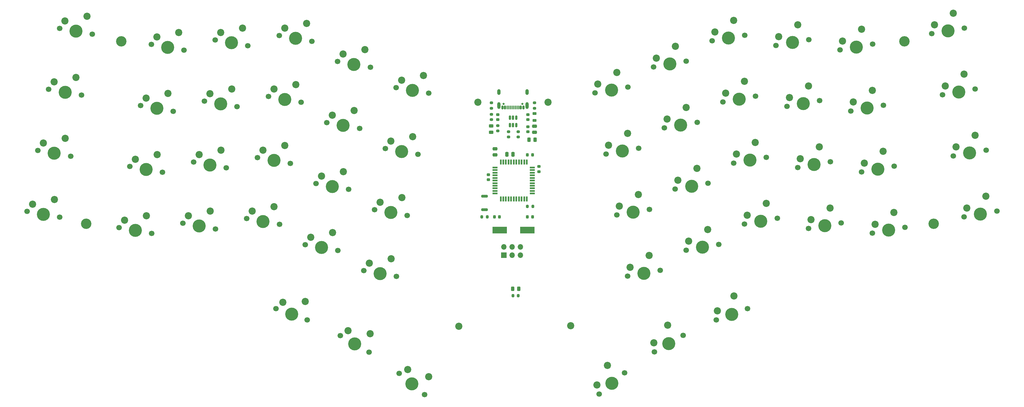
<source format=gbr>
%TF.GenerationSoftware,KiCad,Pcbnew,8.0.0*%
%TF.CreationDate,2024-04-28T13:48:32+02:00*%
%TF.ProjectId,phnx,70686e78-2e6b-4696-9361-645f70636258,A*%
%TF.SameCoordinates,Original*%
%TF.FileFunction,Soldermask,Top*%
%TF.FilePolarity,Negative*%
%FSLAX46Y46*%
G04 Gerber Fmt 4.6, Leading zero omitted, Abs format (unit mm)*
G04 Created by KiCad (PCBNEW 8.0.0) date 2024-04-28 13:48:32*
%MOMM*%
%LPD*%
G01*
G04 APERTURE LIST*
G04 Aperture macros list*
%AMRoundRect*
0 Rectangle with rounded corners*
0 $1 Rounding radius*
0 $2 $3 $4 $5 $6 $7 $8 $9 X,Y pos of 4 corners*
0 Add a 4 corners polygon primitive as box body*
4,1,4,$2,$3,$4,$5,$6,$7,$8,$9,$2,$3,0*
0 Add four circle primitives for the rounded corners*
1,1,$1+$1,$2,$3*
1,1,$1+$1,$4,$5*
1,1,$1+$1,$6,$7*
1,1,$1+$1,$8,$9*
0 Add four rect primitives between the rounded corners*
20,1,$1+$1,$2,$3,$4,$5,0*
20,1,$1+$1,$4,$5,$6,$7,0*
20,1,$1+$1,$6,$7,$8,$9,0*
20,1,$1+$1,$8,$9,$2,$3,0*%
G04 Aperture macros list end*
%ADD10RoundRect,0.218750X-0.381250X0.218750X-0.381250X-0.218750X0.381250X-0.218750X0.381250X0.218750X0*%
%ADD11RoundRect,0.225000X-0.250000X0.225000X-0.250000X-0.225000X0.250000X-0.225000X0.250000X0.225000X0*%
%ADD12RoundRect,0.200000X-0.200000X-0.275000X0.200000X-0.275000X0.200000X0.275000X-0.200000X0.275000X0*%
%ADD13C,1.700000*%
%ADD14C,4.000000*%
%ADD15C,2.200000*%
%ADD16RoundRect,0.225000X-0.225000X-0.250000X0.225000X-0.250000X0.225000X0.250000X-0.225000X0.250000X0*%
%ADD17RoundRect,0.250000X0.250000X0.475000X-0.250000X0.475000X-0.250000X-0.475000X0.250000X-0.475000X0*%
%ADD18RoundRect,0.200000X-0.275000X0.200000X-0.275000X-0.200000X0.275000X-0.200000X0.275000X0.200000X0*%
%ADD19C,3.200000*%
%ADD20RoundRect,0.225000X0.225000X0.250000X-0.225000X0.250000X-0.225000X-0.250000X0.225000X-0.250000X0*%
%ADD21RoundRect,0.250000X-0.475000X0.250000X-0.475000X-0.250000X0.475000X-0.250000X0.475000X0.250000X0*%
%ADD22RoundRect,0.150000X0.150000X-0.512500X0.150000X0.512500X-0.150000X0.512500X-0.150000X-0.512500X0*%
%ADD23RoundRect,0.243750X-0.243750X-0.456250X0.243750X-0.456250X0.243750X0.456250X-0.243750X0.456250X0*%
%ADD24RoundRect,0.243750X-0.456250X0.243750X-0.456250X-0.243750X0.456250X-0.243750X0.456250X0.243750X0*%
%ADD25RoundRect,0.243750X0.243750X0.456250X-0.243750X0.456250X-0.243750X-0.456250X0.243750X-0.456250X0*%
%ADD26RoundRect,0.200000X-0.800000X0.200000X-0.800000X-0.200000X0.800000X-0.200000X0.800000X0.200000X0*%
%ADD27R,4.500000X2.000000*%
%ADD28R,1.700000X1.700000*%
%ADD29O,1.700000X1.700000*%
%ADD30R,0.550000X1.500000*%
%ADD31R,1.500000X0.550000*%
%ADD32C,0.650000*%
%ADD33RoundRect,0.150000X0.150000X0.425000X-0.150000X0.425000X-0.150000X-0.425000X0.150000X-0.425000X0*%
%ADD34RoundRect,0.075000X0.075000X0.500000X-0.075000X0.500000X-0.075000X-0.500000X0.075000X-0.500000X0*%
%ADD35O,1.000000X2.100000*%
%ADD36O,1.000000X1.800000*%
G04 APERTURE END LIST*
D10*
%TO.C,FB1*%
X215687500Y-107187500D03*
X215687500Y-109312500D03*
%TD*%
D11*
%TO.C,C6*%
X201496100Y-125931644D03*
X201496100Y-127481644D03*
%TD*%
D12*
%TO.C,R9*%
X209051413Y-163103661D03*
X210701413Y-163103661D03*
%TD*%
D13*
%TO.C,SW452*%
X340738716Y-101417320D03*
D14*
X345741539Y-100535188D03*
D13*
X350744362Y-99653055D03*
D15*
X347360818Y-95091298D03*
X341548355Y-98695376D03*
%TD*%
D13*
%TO.C,SW412*%
X107885949Y-140847432D03*
D14*
X112888773Y-141729565D03*
D13*
X117891596Y-142611698D03*
D15*
X116272317Y-137167808D03*
X109577721Y-138566554D03*
%TD*%
D13*
%TO.C,SW442*%
X271381341Y-170608821D03*
D14*
X276154979Y-168871360D03*
D13*
X280928617Y-167133896D03*
D15*
X276804336Y-163228990D03*
X271706019Y-167787638D03*
%TD*%
D13*
%TO.C,SW420*%
X148715121Y-128702840D03*
D14*
X153717945Y-129584973D03*
D13*
X158720768Y-130467106D03*
D15*
X157101489Y-125023216D03*
X150406893Y-126421962D03*
%TD*%
D13*
%TO.C,SW422*%
X156117345Y-175435441D03*
D14*
X160516755Y-177975440D03*
D13*
X164916164Y-180515441D03*
D15*
X165256459Y-174846032D03*
X158487197Y-173870737D03*
%TD*%
%TO.C,H3*%
X192500000Y-172500000D03*
%TD*%
D16*
%TO.C,C10*%
X203396100Y-138906644D03*
X204946100Y-138906644D03*
%TD*%
D17*
%TO.C,C9*%
X209096099Y-119706644D03*
X207196099Y-119706644D03*
%TD*%
D18*
%TO.C,R1*%
X202491026Y-107426525D03*
X202491026Y-109076525D03*
%TD*%
D13*
%TO.C,SW405*%
X98222353Y-85947817D03*
D14*
X103225177Y-86829950D03*
D13*
X108228000Y-87712083D03*
D15*
X106608721Y-82268193D03*
X99914125Y-83666939D03*
%TD*%
D19*
%TO.C,H8*%
X338000000Y-141000000D03*
%TD*%
D13*
%TO.C,SW445*%
X296318245Y-123757754D03*
D14*
X301321068Y-122875622D03*
D13*
X306323891Y-121993489D03*
D15*
X302940347Y-117431732D03*
X297127884Y-121035810D03*
%TD*%
D20*
%TO.C,C11*%
X215046100Y-138906644D03*
X213496100Y-138906644D03*
%TD*%
D13*
%TO.C,SW407*%
X91606359Y-123468989D03*
D14*
X96609183Y-124351122D03*
D13*
X101612006Y-125233255D03*
D15*
X99992727Y-119789365D03*
X93298131Y-121188111D03*
%TD*%
D13*
%TO.C,SW441*%
X280038657Y-141136191D03*
D14*
X285041480Y-140254059D03*
D13*
X290044303Y-139371926D03*
D15*
X286660759Y-134810169D03*
X280848296Y-138414247D03*
%TD*%
D13*
%TO.C,SW453*%
X344046716Y-120177905D03*
D14*
X349049539Y-119295773D03*
D13*
X354052362Y-118413640D03*
D15*
X350668818Y-113851883D03*
X344856355Y-117455961D03*
%TD*%
%TO.C,H2*%
X219821100Y-103706644D03*
%TD*%
D13*
%TO.C,SW404*%
X60157478Y-137267582D03*
D14*
X65160302Y-138149715D03*
D13*
X70163125Y-139031848D03*
D15*
X68543846Y-133587958D03*
X61849250Y-134986704D03*
%TD*%
D13*
%TO.C,SW432*%
X235457086Y-193352897D03*
D14*
X239348590Y-190087537D03*
D13*
X243240096Y-186822176D03*
D15*
X238028982Y-184563351D03*
X234797281Y-190590806D03*
%TD*%
D13*
%TO.C,SW402*%
X66773475Y-99746406D03*
D14*
X71776299Y-100628539D03*
D13*
X76779122Y-101510672D03*
D15*
X75159843Y-96066782D03*
X68465247Y-97465528D03*
%TD*%
D18*
%TO.C,R3*%
X207700000Y-112731644D03*
X207700000Y-114381644D03*
%TD*%
D15*
%TO.C,H4*%
X226726000Y-172406000D03*
%TD*%
D13*
%TO.C,SW446*%
X299626243Y-142518343D03*
D14*
X304629066Y-141636211D03*
D13*
X309631889Y-140754078D03*
D15*
X306248345Y-136192321D03*
X300435882Y-139796399D03*
%TD*%
D21*
%TO.C,C8*%
X203596100Y-118006644D03*
X203596100Y-119906644D03*
%TD*%
D22*
%TO.C,U2*%
X208146100Y-110706644D03*
X209096100Y-110706644D03*
X210046100Y-110706644D03*
X210046100Y-108431644D03*
X209096100Y-108431644D03*
X208146100Y-108431644D03*
%TD*%
D18*
%TO.C,R2*%
X215646100Y-103881644D03*
X215646100Y-105531644D03*
%TD*%
D16*
%TO.C,C7*%
X213496100Y-119906644D03*
X215046100Y-119906644D03*
%TD*%
D13*
%TO.C,SW433*%
X252181074Y-92852574D03*
D14*
X257183897Y-91970442D03*
D13*
X262186720Y-91088309D03*
D15*
X258803176Y-86526552D03*
X252990713Y-90130630D03*
%TD*%
D13*
%TO.C,SW401*%
X70081474Y-80985817D03*
D14*
X75084298Y-81867950D03*
D13*
X80087121Y-82750083D03*
D15*
X78467842Y-77306193D03*
X71773246Y-78704939D03*
%TD*%
D13*
%TO.C,SW428*%
X234247486Y-100850718D03*
D14*
X239250309Y-99968586D03*
D13*
X244253132Y-99086453D03*
D15*
X240869588Y-94524696D03*
X235057125Y-98128774D03*
%TD*%
D13*
%TO.C,SW424*%
X169956706Y-117940395D03*
D14*
X174959530Y-118822528D03*
D13*
X179962353Y-119704661D03*
D15*
X178343074Y-114260771D03*
X171648478Y-115659517D03*
%TD*%
D23*
%TO.C,D110*%
X208962500Y-161000000D03*
X210837500Y-161000000D03*
%TD*%
D13*
%TO.C,SW416*%
X127473535Y-139465281D03*
D14*
X132476359Y-140347414D03*
D13*
X137479182Y-141229547D03*
D15*
X135859903Y-135785657D03*
X129165307Y-137184403D03*
%TD*%
D13*
%TO.C,SW443*%
X289702250Y-86236580D03*
D14*
X294705073Y-85354448D03*
D13*
X299707896Y-84472315D03*
D15*
X296324352Y-79910558D03*
X290511889Y-83514636D03*
%TD*%
D18*
%TO.C,R5*%
X202471100Y-103881644D03*
X202471100Y-105531644D03*
%TD*%
D13*
%TO.C,SW437*%
X252393756Y-180429480D03*
D14*
X256793164Y-177889481D03*
D13*
X261192573Y-175349480D03*
D15*
X256452869Y-172220072D03*
X252223608Y-177594777D03*
%TD*%
D13*
%TO.C,SW403*%
X63465477Y-118506997D03*
D14*
X68468301Y-119389130D03*
D13*
X73471124Y-120271263D03*
D15*
X71851845Y-114827373D03*
X65157249Y-116226119D03*
%TD*%
D13*
%TO.C,SW406*%
X94914355Y-104708404D03*
D14*
X99917179Y-105590537D03*
D13*
X104920002Y-106472670D03*
D15*
X103300723Y-101028780D03*
X96606127Y-102427526D03*
%TD*%
D21*
%TO.C,C3*%
X215646100Y-111062645D03*
X215646100Y-112962645D03*
%TD*%
D13*
%TO.C,SW447*%
X309289836Y-87618727D03*
D14*
X314292659Y-86736595D03*
D13*
X319295482Y-85854462D03*
D15*
X315911938Y-81292705D03*
X310099475Y-84896783D03*
%TD*%
D24*
%TO.C,D109*%
X202396100Y-111019144D03*
X202396100Y-112894144D03*
%TD*%
D18*
%TO.C,R4*%
X210700000Y-112731644D03*
X210700000Y-114381644D03*
%TD*%
D13*
%TO.C,SW440*%
X276730659Y-122375605D03*
D14*
X281733482Y-121493473D03*
D13*
X286736305Y-120611340D03*
D15*
X283352761Y-116049583D03*
X277540298Y-119653661D03*
%TD*%
D13*
%TO.C,SW450*%
X319213830Y-143900491D03*
D14*
X324216653Y-143018359D03*
D13*
X329219476Y-142136226D03*
D15*
X325835932Y-137574469D03*
X320023469Y-141178547D03*
%TD*%
D13*
%TO.C,SW444*%
X293010247Y-104997164D03*
D14*
X298013070Y-104115032D03*
D13*
X303015893Y-103232899D03*
D15*
X299632349Y-98671142D03*
X293819886Y-102275220D03*
%TD*%
D13*
%TO.C,SW429*%
X237555484Y-119611307D03*
D14*
X242558307Y-118729175D03*
D13*
X247561130Y-117847042D03*
D15*
X244177586Y-113285285D03*
X238365123Y-116889363D03*
%TD*%
D13*
%TO.C,SW439*%
X273422661Y-103615017D03*
D14*
X278425484Y-102732885D03*
D13*
X283428307Y-101850752D03*
D15*
X280044763Y-97288995D03*
X274232300Y-100893073D03*
%TD*%
D13*
%TO.C,SW451*%
X337430718Y-82656731D03*
D14*
X342433541Y-81774599D03*
D13*
X347436364Y-80892466D03*
D15*
X344052820Y-76330709D03*
X338240357Y-79934787D03*
%TD*%
D13*
%TO.C,SW436*%
X262105068Y-149134336D03*
D14*
X267107891Y-148252204D03*
D13*
X272110714Y-147370071D03*
D15*
X268727170Y-142808314D03*
X262914707Y-146412392D03*
%TD*%
D13*
%TO.C,SW417*%
X136453363Y-167102438D03*
D14*
X141227002Y-168839899D03*
D13*
X146000640Y-170577363D03*
D15*
X145351283Y-164934993D03*
X138515503Y-165149985D03*
%TD*%
D13*
%TO.C,SW414*%
X134089532Y-101944105D03*
D14*
X139092356Y-102826238D03*
D13*
X144095179Y-103708371D03*
D15*
X142475900Y-98264481D03*
X135781304Y-99663227D03*
%TD*%
D13*
%TO.C,SW438*%
X270114663Y-84854428D03*
D14*
X275117486Y-83972296D03*
D13*
X280120309Y-83090163D03*
D15*
X276736765Y-78528406D03*
X270924302Y-82132484D03*
%TD*%
D19*
%TO.C,H6*%
X78250000Y-141000000D03*
%TD*%
D13*
%TO.C,SW434*%
X255489072Y-111613162D03*
D14*
X260491895Y-110731030D03*
D13*
X265494718Y-109848897D03*
D15*
X262111174Y-105287140D03*
X256298711Y-108891218D03*
%TD*%
D13*
%TO.C,SW430*%
X240863482Y-138371893D03*
D14*
X245866305Y-137489761D03*
D13*
X250869128Y-136607628D03*
D15*
X247485584Y-132045871D03*
X241673121Y-135649949D03*
%TD*%
%TO.C,H1*%
X198271100Y-103706644D03*
%TD*%
D13*
%TO.C,SW421*%
X145407122Y-147463426D03*
D14*
X150409946Y-148345559D03*
D13*
X155412769Y-149227692D03*
D15*
X153793490Y-143783802D03*
X147098894Y-145182548D03*
%TD*%
D11*
%TO.C,C5*%
X217056597Y-123463788D03*
X217056597Y-125013788D03*
%TD*%
D25*
%TO.C,F1*%
X215833600Y-115200145D03*
X213958600Y-115200145D03*
%TD*%
D19*
%TO.C,H5*%
X89000000Y-85000000D03*
%TD*%
D11*
%TO.C,C4*%
X204396100Y-107478678D03*
X204396100Y-109028678D03*
%TD*%
D13*
%TO.C,SW411*%
X111193945Y-122086841D03*
D14*
X116196769Y-122968974D03*
D13*
X121199592Y-123851107D03*
D15*
X119580313Y-118407217D03*
X112885717Y-119805963D03*
%TD*%
D13*
%TO.C,SW427*%
X174166766Y-186982576D03*
D14*
X178058272Y-190247937D03*
D13*
X181949778Y-193513298D03*
D15*
X183269386Y-187989112D03*
X176772322Y-185853164D03*
%TD*%
D13*
%TO.C,SW448*%
X312597834Y-106379316D03*
D14*
X317600657Y-105497184D03*
D13*
X322603480Y-104615051D03*
D15*
X319219936Y-100053294D03*
X313407473Y-103657372D03*
%TD*%
D13*
%TO.C,SW431*%
X244171480Y-157132481D03*
D14*
X249174303Y-156250349D03*
D13*
X254177126Y-155368216D03*
D15*
X250793582Y-150806459D03*
X244981119Y-154410537D03*
%TD*%
D11*
%TO.C,C1*%
X213646100Y-107487645D03*
X213646100Y-109037645D03*
%TD*%
D13*
%TO.C,SW408*%
X88298362Y-142229579D03*
D14*
X93301186Y-143111712D03*
D13*
X98304009Y-143993845D03*
D15*
X96684730Y-138549955D03*
X89990134Y-139948701D03*
%TD*%
D26*
%TO.C,SW55*%
X200346100Y-132556644D03*
X200346100Y-136756644D03*
%TD*%
D13*
%TO.C,SW435*%
X258797070Y-130373748D03*
D14*
X263799893Y-129491616D03*
D13*
X268802716Y-128609483D03*
D15*
X265419172Y-124047726D03*
X259606709Y-127651804D03*
%TD*%
D18*
%TO.C,R8*%
X204396100Y-110881644D03*
X204396100Y-112531644D03*
%TD*%
D13*
%TO.C,SW410*%
X114501942Y-103326255D03*
D14*
X119504766Y-104208388D03*
D13*
X124507589Y-105090521D03*
D15*
X122888310Y-99646631D03*
X116193714Y-101045377D03*
%TD*%
D27*
%TO.C,Y1*%
X204996100Y-142956644D03*
X213496100Y-142956644D03*
%TD*%
D13*
%TO.C,SW409*%
X117809940Y-84565668D03*
D14*
X122812764Y-85447801D03*
D13*
X127815587Y-86329934D03*
D15*
X126196308Y-80886044D03*
X119501712Y-82284790D03*
%TD*%
D28*
%TO.C,J2*%
X206295603Y-150731682D03*
D29*
X206295603Y-148191682D03*
X208835603Y-150731682D03*
X208835603Y-148191682D03*
X211375603Y-150731682D03*
X211375603Y-148191682D03*
%TD*%
D12*
%TO.C,R7*%
X199521100Y-138881644D03*
X201171100Y-138881644D03*
%TD*%
D13*
%TO.C,SW423*%
X173264705Y-99179806D03*
D14*
X178267529Y-100061939D03*
D13*
X183270352Y-100944072D03*
D15*
X181651073Y-95500182D03*
X174956477Y-96898928D03*
%TD*%
D30*
%TO.C,U1*%
X213296100Y-122056644D03*
X212496100Y-122056644D03*
X211696100Y-122056644D03*
X210896100Y-122056644D03*
X210096100Y-122056644D03*
X209296100Y-122056644D03*
X208496100Y-122056644D03*
X207696100Y-122056644D03*
X206896100Y-122056644D03*
X206096100Y-122056644D03*
X205296100Y-122056644D03*
D31*
X203596100Y-123756644D03*
X203596100Y-124556644D03*
X203596100Y-125356644D03*
X203596100Y-126156644D03*
X203596100Y-126956644D03*
X203596100Y-127756644D03*
X203596100Y-128556644D03*
X203596100Y-129356644D03*
X203596100Y-130156644D03*
X203596100Y-130956644D03*
X203596100Y-131756644D03*
D30*
X205296100Y-133456644D03*
X206096100Y-133456644D03*
X206896100Y-133456644D03*
X207696100Y-133456644D03*
X208496100Y-133456644D03*
X209296100Y-133456644D03*
X210096100Y-133456644D03*
X210896100Y-133456644D03*
X211696100Y-133456644D03*
X212496100Y-133456644D03*
X213296100Y-133456644D03*
D31*
X214996100Y-131756644D03*
X214996100Y-130956644D03*
X214996100Y-130156644D03*
X214996100Y-129356644D03*
X214996100Y-128556644D03*
X214996100Y-127756644D03*
X214996100Y-126956644D03*
X214996100Y-126156644D03*
X214996100Y-125356644D03*
X214996100Y-124556644D03*
X214996100Y-123756644D03*
%TD*%
D13*
%TO.C,SW454*%
X347354711Y-138938492D03*
D14*
X352357534Y-138056360D03*
D13*
X357360357Y-137174227D03*
D15*
X353976813Y-132612470D03*
X348164350Y-136216548D03*
%TD*%
D11*
%TO.C,C2*%
X213646100Y-111237645D03*
X213646100Y-112787645D03*
%TD*%
D13*
%TO.C,SW418*%
X155331117Y-91181662D03*
D14*
X160333941Y-92063795D03*
D13*
X165336764Y-92945928D03*
D15*
X163717485Y-87502038D03*
X157022889Y-88900784D03*
%TD*%
D12*
%TO.C,R6*%
X213471100Y-135706644D03*
X215121100Y-135706644D03*
%TD*%
D19*
%TO.C,H7*%
X329000000Y-85000000D03*
%TD*%
D13*
%TO.C,SW413*%
X137397527Y-83183518D03*
D14*
X142400351Y-84065651D03*
D13*
X147403174Y-84947784D03*
D15*
X145783895Y-79503894D03*
X139089299Y-80902640D03*
%TD*%
D13*
%TO.C,SW425*%
X166648708Y-136700982D03*
D14*
X171651532Y-137583115D03*
D13*
X176654355Y-138465248D03*
D15*
X175035076Y-133021358D03*
X168340480Y-134420104D03*
%TD*%
D13*
%TO.C,SW426*%
X163340712Y-155461570D03*
D14*
X168343536Y-156343703D03*
D13*
X173346359Y-157225836D03*
D15*
X171727080Y-151781946D03*
X165032484Y-153180692D03*
%TD*%
D13*
%TO.C,SW449*%
X315905832Y-125139902D03*
D14*
X320908655Y-124257770D03*
D13*
X325911478Y-123375637D03*
D15*
X322527934Y-118813880D03*
X316715471Y-122417958D03*
%TD*%
D32*
%TO.C,J1*%
X211936100Y-104231644D03*
X206156100Y-104231644D03*
D33*
X212246100Y-105306644D03*
X211446100Y-105306644D03*
D34*
X210296100Y-105306644D03*
X209296100Y-105306644D03*
X208796100Y-105306644D03*
X207796100Y-105306644D03*
D33*
X206646100Y-105306644D03*
X205846100Y-105306644D03*
X205846100Y-105306644D03*
X206646100Y-105306644D03*
D34*
X207296100Y-105306644D03*
X208296100Y-105306644D03*
X209796100Y-105306644D03*
X210796100Y-105306644D03*
D33*
X211446100Y-105306644D03*
X212246100Y-105306644D03*
D35*
X213366100Y-104731644D03*
D36*
X213366100Y-100551644D03*
D35*
X204726100Y-104731644D03*
D36*
X204726100Y-100551644D03*
%TD*%
D13*
%TO.C,SW415*%
X130781534Y-120704693D03*
D14*
X135784358Y-121586826D03*
D13*
X140787181Y-122468959D03*
D15*
X139167902Y-117025069D03*
X132473306Y-118423815D03*
%TD*%
D13*
%TO.C,SW419*%
X152023119Y-109942249D03*
D14*
X157025943Y-110824382D03*
D13*
X162028766Y-111706515D03*
D15*
X160409487Y-106262625D03*
X153714891Y-107661371D03*
%TD*%
M02*

</source>
